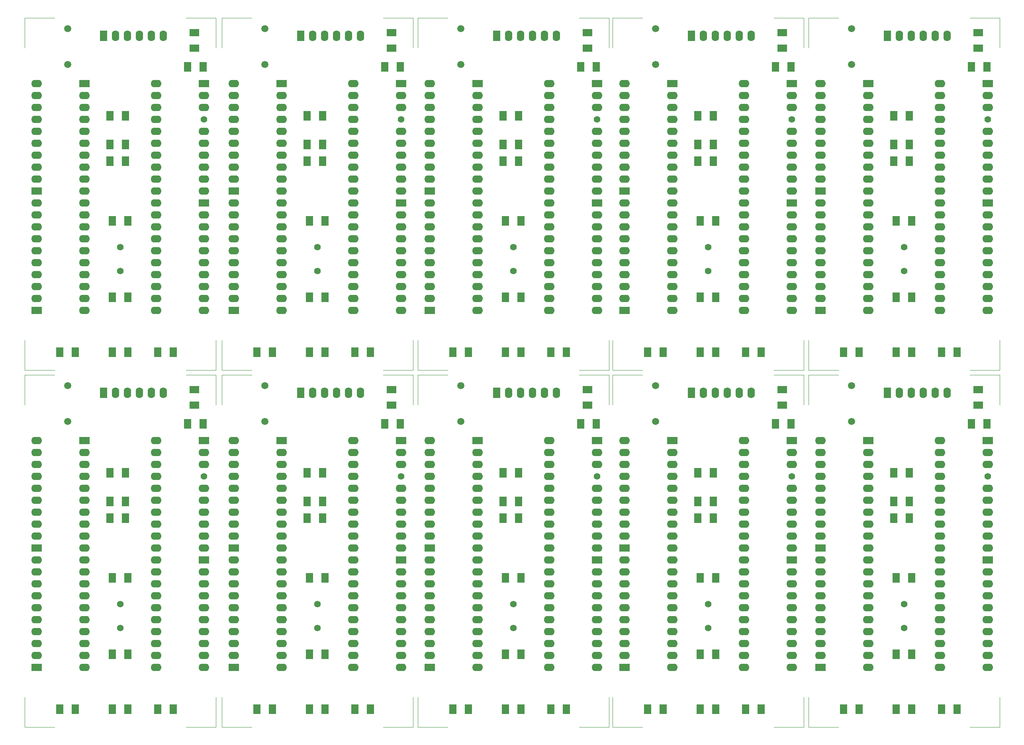
<source format=gts>
G04 (created by PCBNEW (2013-07-07 BZR 4022)-stable) date 3/28/2015 9:54:39 PM*
%MOIN*%
G04 Gerber Fmt 3.4, Leading zero omitted, Abs format*
%FSLAX34Y34*%
G01*
G70*
G90*
G04 APERTURE LIST*
%ADD10C,0.00590551*%
%ADD11C,0.00393701*%
%ADD12C,0.0590551*%
%ADD13R,0.06X0.08*%
%ADD14R,0.062X0.09*%
%ADD15O,0.062X0.09*%
%ADD16R,0.09X0.062*%
%ADD17O,0.09X0.062*%
%ADD18C,0.055*%
%ADD19C,0.056*%
%ADD20R,0.08X0.06*%
G04 APERTURE END LIST*
G54D10*
G54D11*
X88900Y-24900D02*
X88900Y-27400D01*
X88900Y-24900D02*
X91400Y-24900D01*
X88900Y-54400D02*
X88900Y-51900D01*
X88900Y-54400D02*
X91400Y-54400D01*
X104900Y-54400D02*
X102400Y-54400D01*
X104900Y-54400D02*
X104900Y-51900D01*
X104900Y-24900D02*
X104900Y-27400D01*
X104900Y-24900D02*
X102400Y-24900D01*
X105300Y-24900D02*
X105300Y-27400D01*
X105300Y-24900D02*
X107800Y-24900D01*
X105300Y-54400D02*
X105300Y-51900D01*
X105300Y-54400D02*
X107800Y-54400D01*
X121300Y-54400D02*
X118800Y-54400D01*
X121300Y-54400D02*
X121300Y-51900D01*
X121300Y-24900D02*
X121300Y-27400D01*
X121300Y-24900D02*
X118800Y-24900D01*
X105300Y-54800D02*
X105300Y-57300D01*
X105300Y-54800D02*
X107800Y-54800D01*
X105300Y-84300D02*
X105300Y-81800D01*
X105300Y-84300D02*
X107800Y-84300D01*
X121300Y-84300D02*
X118800Y-84300D01*
X121300Y-84300D02*
X121300Y-81800D01*
X121300Y-54800D02*
X121300Y-57300D01*
X121300Y-54800D02*
X118800Y-54800D01*
X88900Y-54800D02*
X88900Y-57300D01*
X88900Y-54800D02*
X91400Y-54800D01*
X88900Y-84300D02*
X88900Y-81800D01*
X88900Y-84300D02*
X91400Y-84300D01*
X104900Y-84300D02*
X102400Y-84300D01*
X104900Y-84300D02*
X104900Y-81800D01*
X104900Y-54800D02*
X104900Y-57300D01*
X104900Y-54800D02*
X102400Y-54800D01*
X72600Y-24900D02*
X72600Y-27400D01*
X72600Y-24900D02*
X75100Y-24900D01*
X72600Y-54400D02*
X72600Y-51900D01*
X72600Y-54400D02*
X75100Y-54400D01*
X88600Y-54400D02*
X86100Y-54400D01*
X88600Y-54400D02*
X88600Y-51900D01*
X88600Y-24900D02*
X88600Y-27400D01*
X88600Y-24900D02*
X86100Y-24900D01*
X39700Y-54800D02*
X39700Y-57300D01*
X39700Y-54800D02*
X42200Y-54800D01*
X39700Y-84300D02*
X39700Y-81800D01*
X39700Y-84300D02*
X42200Y-84300D01*
X55700Y-84300D02*
X53200Y-84300D01*
X55700Y-84300D02*
X55700Y-81800D01*
X55700Y-54800D02*
X55700Y-57300D01*
X55700Y-54800D02*
X53200Y-54800D01*
X72600Y-54800D02*
X72600Y-57300D01*
X72600Y-54800D02*
X75100Y-54800D01*
X72600Y-84300D02*
X72600Y-81800D01*
X72600Y-84300D02*
X75100Y-84300D01*
X88600Y-84300D02*
X86100Y-84300D01*
X88600Y-84300D02*
X88600Y-81800D01*
X88600Y-54800D02*
X88600Y-57300D01*
X88600Y-54800D02*
X86100Y-54800D01*
X39700Y-24900D02*
X39700Y-27400D01*
X39700Y-24900D02*
X42200Y-24900D01*
X39700Y-54400D02*
X39700Y-51900D01*
X39700Y-54400D02*
X42200Y-54400D01*
X55700Y-54400D02*
X53200Y-54400D01*
X55700Y-54400D02*
X55700Y-51900D01*
X55700Y-24900D02*
X55700Y-27400D01*
X55700Y-24900D02*
X53200Y-24900D01*
X56200Y-54800D02*
X56200Y-57300D01*
X56200Y-54800D02*
X58700Y-54800D01*
X56200Y-84300D02*
X56200Y-81800D01*
X56200Y-84300D02*
X58700Y-84300D01*
X72200Y-84300D02*
X69700Y-84300D01*
X72200Y-84300D02*
X72200Y-81800D01*
X72200Y-54800D02*
X72200Y-57300D01*
X72200Y-54800D02*
X69700Y-54800D01*
X56200Y-24900D02*
X56200Y-27400D01*
X56200Y-24900D02*
X58700Y-24900D01*
X56200Y-54400D02*
X56200Y-51900D01*
X56200Y-54400D02*
X58700Y-54400D01*
X72200Y-54400D02*
X69700Y-54400D01*
X72200Y-54400D02*
X72200Y-51900D01*
X72200Y-24900D02*
X72200Y-27400D01*
X72200Y-24900D02*
X69700Y-24900D01*
G54D12*
X92496Y-28800D03*
X92500Y-25804D03*
G54D13*
X96050Y-33100D03*
X97350Y-33100D03*
X96250Y-41900D03*
X97550Y-41900D03*
X96250Y-48300D03*
X97550Y-48300D03*
X96050Y-36900D03*
X97350Y-36900D03*
X96050Y-35500D03*
X97350Y-35500D03*
G54D14*
X95500Y-26400D03*
G54D15*
X96500Y-26400D03*
X97500Y-26400D03*
X98500Y-26400D03*
X99500Y-26400D03*
X100500Y-26400D03*
G54D16*
X89900Y-39400D03*
G54D17*
X89900Y-38400D03*
X89900Y-37400D03*
X89900Y-36400D03*
X89900Y-35400D03*
X89900Y-34400D03*
X89900Y-33400D03*
X89900Y-32400D03*
X89900Y-31400D03*
X89900Y-30400D03*
G54D16*
X89900Y-49400D03*
G54D17*
X89900Y-48400D03*
X89900Y-47400D03*
X89900Y-46400D03*
X89900Y-45400D03*
X89900Y-44400D03*
X89900Y-43400D03*
X89900Y-42400D03*
X89900Y-41400D03*
X89900Y-40400D03*
G54D16*
X103900Y-40400D03*
G54D17*
X103900Y-41400D03*
X103900Y-42400D03*
X103900Y-43400D03*
X103900Y-44400D03*
X103900Y-45400D03*
X103900Y-46400D03*
X103900Y-47400D03*
X103900Y-48400D03*
X103900Y-49400D03*
G54D16*
X103900Y-30400D03*
G54D17*
X103900Y-31400D03*
X103900Y-32400D03*
G54D18*
X103900Y-33400D03*
G54D17*
X103900Y-34400D03*
X103900Y-35400D03*
X103900Y-36400D03*
X103900Y-37400D03*
X103900Y-38400D03*
X103900Y-39400D03*
G54D19*
X96900Y-46100D03*
X96900Y-44100D03*
G54D16*
X93900Y-30400D03*
G54D17*
X93900Y-31400D03*
X93900Y-32400D03*
X93900Y-33400D03*
X93900Y-34400D03*
X93900Y-35400D03*
X93900Y-36400D03*
X93900Y-37400D03*
X93900Y-38400D03*
X93900Y-39400D03*
X93900Y-40400D03*
X93900Y-41400D03*
X93900Y-42400D03*
X93900Y-43400D03*
X93900Y-44400D03*
X93900Y-45400D03*
X93900Y-46400D03*
X93900Y-47400D03*
X93900Y-48400D03*
X93900Y-49400D03*
X99900Y-49400D03*
X99900Y-48400D03*
X99900Y-47400D03*
X99900Y-46400D03*
X99900Y-45400D03*
X99900Y-44400D03*
X99900Y-43400D03*
X99900Y-42400D03*
X99900Y-41400D03*
X99900Y-40400D03*
X99900Y-39400D03*
X99900Y-38400D03*
X99900Y-37400D03*
X99900Y-36400D03*
X99900Y-35400D03*
X99900Y-34400D03*
X99900Y-33400D03*
X99900Y-32400D03*
X99900Y-31400D03*
X99900Y-30400D03*
G54D13*
X103850Y-29000D03*
X102550Y-29000D03*
G54D20*
X103100Y-27450D03*
X103100Y-26150D03*
G54D13*
X96250Y-52900D03*
X97550Y-52900D03*
X91850Y-52900D03*
X93150Y-52900D03*
X100050Y-52900D03*
X101350Y-52900D03*
G54D12*
X108896Y-28800D03*
X108900Y-25804D03*
G54D13*
X112450Y-33100D03*
X113750Y-33100D03*
X112650Y-41900D03*
X113950Y-41900D03*
X112650Y-48300D03*
X113950Y-48300D03*
X112450Y-36900D03*
X113750Y-36900D03*
X112450Y-35500D03*
X113750Y-35500D03*
G54D14*
X111900Y-26400D03*
G54D15*
X112900Y-26400D03*
X113900Y-26400D03*
X114900Y-26400D03*
X115900Y-26400D03*
X116900Y-26400D03*
G54D16*
X106300Y-39400D03*
G54D17*
X106300Y-38400D03*
X106300Y-37400D03*
X106300Y-36400D03*
X106300Y-35400D03*
X106300Y-34400D03*
X106300Y-33400D03*
X106300Y-32400D03*
X106300Y-31400D03*
X106300Y-30400D03*
G54D16*
X106300Y-49400D03*
G54D17*
X106300Y-48400D03*
X106300Y-47400D03*
X106300Y-46400D03*
X106300Y-45400D03*
X106300Y-44400D03*
X106300Y-43400D03*
X106300Y-42400D03*
X106300Y-41400D03*
X106300Y-40400D03*
G54D16*
X120300Y-40400D03*
G54D17*
X120300Y-41400D03*
X120300Y-42400D03*
X120300Y-43400D03*
X120300Y-44400D03*
X120300Y-45400D03*
X120300Y-46400D03*
X120300Y-47400D03*
X120300Y-48400D03*
X120300Y-49400D03*
G54D16*
X120300Y-30400D03*
G54D17*
X120300Y-31400D03*
X120300Y-32400D03*
G54D18*
X120300Y-33400D03*
G54D17*
X120300Y-34400D03*
X120300Y-35400D03*
X120300Y-36400D03*
X120300Y-37400D03*
X120300Y-38400D03*
X120300Y-39400D03*
G54D19*
X113300Y-46100D03*
X113300Y-44100D03*
G54D16*
X110300Y-30400D03*
G54D17*
X110300Y-31400D03*
X110300Y-32400D03*
X110300Y-33400D03*
X110300Y-34400D03*
X110300Y-35400D03*
X110300Y-36400D03*
X110300Y-37400D03*
X110300Y-38400D03*
X110300Y-39400D03*
X110300Y-40400D03*
X110300Y-41400D03*
X110300Y-42400D03*
X110300Y-43400D03*
X110300Y-44400D03*
X110300Y-45400D03*
X110300Y-46400D03*
X110300Y-47400D03*
X110300Y-48400D03*
X110300Y-49400D03*
X116300Y-49400D03*
X116300Y-48400D03*
X116300Y-47400D03*
X116300Y-46400D03*
X116300Y-45400D03*
X116300Y-44400D03*
X116300Y-43400D03*
X116300Y-42400D03*
X116300Y-41400D03*
X116300Y-40400D03*
X116300Y-39400D03*
X116300Y-38400D03*
X116300Y-37400D03*
X116300Y-36400D03*
X116300Y-35400D03*
X116300Y-34400D03*
X116300Y-33400D03*
X116300Y-32400D03*
X116300Y-31400D03*
X116300Y-30400D03*
G54D13*
X120250Y-29000D03*
X118950Y-29000D03*
G54D20*
X119500Y-27450D03*
X119500Y-26150D03*
G54D13*
X112650Y-52900D03*
X113950Y-52900D03*
X108250Y-52900D03*
X109550Y-52900D03*
X116450Y-52900D03*
X117750Y-52900D03*
G54D12*
X108896Y-58700D03*
X108900Y-55704D03*
G54D13*
X112450Y-63000D03*
X113750Y-63000D03*
X112650Y-71800D03*
X113950Y-71800D03*
X112650Y-78200D03*
X113950Y-78200D03*
X112450Y-66800D03*
X113750Y-66800D03*
X112450Y-65400D03*
X113750Y-65400D03*
G54D14*
X111900Y-56300D03*
G54D15*
X112900Y-56300D03*
X113900Y-56300D03*
X114900Y-56300D03*
X115900Y-56300D03*
X116900Y-56300D03*
G54D16*
X106300Y-69300D03*
G54D17*
X106300Y-68300D03*
X106300Y-67300D03*
X106300Y-66300D03*
X106300Y-65300D03*
X106300Y-64300D03*
X106300Y-63300D03*
X106300Y-62300D03*
X106300Y-61300D03*
X106300Y-60300D03*
G54D16*
X106300Y-79300D03*
G54D17*
X106300Y-78300D03*
X106300Y-77300D03*
X106300Y-76300D03*
X106300Y-75300D03*
X106300Y-74300D03*
X106300Y-73300D03*
X106300Y-72300D03*
X106300Y-71300D03*
X106300Y-70300D03*
G54D16*
X120300Y-70300D03*
G54D17*
X120300Y-71300D03*
X120300Y-72300D03*
X120300Y-73300D03*
X120300Y-74300D03*
X120300Y-75300D03*
X120300Y-76300D03*
X120300Y-77300D03*
X120300Y-78300D03*
X120300Y-79300D03*
G54D16*
X120300Y-60300D03*
G54D17*
X120300Y-61300D03*
X120300Y-62300D03*
G54D18*
X120300Y-63300D03*
G54D17*
X120300Y-64300D03*
X120300Y-65300D03*
X120300Y-66300D03*
X120300Y-67300D03*
X120300Y-68300D03*
X120300Y-69300D03*
G54D19*
X113300Y-76000D03*
X113300Y-74000D03*
G54D16*
X110300Y-60300D03*
G54D17*
X110300Y-61300D03*
X110300Y-62300D03*
X110300Y-63300D03*
X110300Y-64300D03*
X110300Y-65300D03*
X110300Y-66300D03*
X110300Y-67300D03*
X110300Y-68300D03*
X110300Y-69300D03*
X110300Y-70300D03*
X110300Y-71300D03*
X110300Y-72300D03*
X110300Y-73300D03*
X110300Y-74300D03*
X110300Y-75300D03*
X110300Y-76300D03*
X110300Y-77300D03*
X110300Y-78300D03*
X110300Y-79300D03*
X116300Y-79300D03*
X116300Y-78300D03*
X116300Y-77300D03*
X116300Y-76300D03*
X116300Y-75300D03*
X116300Y-74300D03*
X116300Y-73300D03*
X116300Y-72300D03*
X116300Y-71300D03*
X116300Y-70300D03*
X116300Y-69300D03*
X116300Y-68300D03*
X116300Y-67300D03*
X116300Y-66300D03*
X116300Y-65300D03*
X116300Y-64300D03*
X116300Y-63300D03*
X116300Y-62300D03*
X116300Y-61300D03*
X116300Y-60300D03*
G54D13*
X120250Y-58900D03*
X118950Y-58900D03*
G54D20*
X119500Y-57350D03*
X119500Y-56050D03*
G54D13*
X112650Y-82800D03*
X113950Y-82800D03*
X108250Y-82800D03*
X109550Y-82800D03*
X116450Y-82800D03*
X117750Y-82800D03*
G54D12*
X92496Y-58700D03*
X92500Y-55704D03*
G54D13*
X96050Y-63000D03*
X97350Y-63000D03*
X96250Y-71800D03*
X97550Y-71800D03*
X96250Y-78200D03*
X97550Y-78200D03*
X96050Y-66800D03*
X97350Y-66800D03*
X96050Y-65400D03*
X97350Y-65400D03*
G54D14*
X95500Y-56300D03*
G54D15*
X96500Y-56300D03*
X97500Y-56300D03*
X98500Y-56300D03*
X99500Y-56300D03*
X100500Y-56300D03*
G54D16*
X89900Y-69300D03*
G54D17*
X89900Y-68300D03*
X89900Y-67300D03*
X89900Y-66300D03*
X89900Y-65300D03*
X89900Y-64300D03*
X89900Y-63300D03*
X89900Y-62300D03*
X89900Y-61300D03*
X89900Y-60300D03*
G54D16*
X89900Y-79300D03*
G54D17*
X89900Y-78300D03*
X89900Y-77300D03*
X89900Y-76300D03*
X89900Y-75300D03*
X89900Y-74300D03*
X89900Y-73300D03*
X89900Y-72300D03*
X89900Y-71300D03*
X89900Y-70300D03*
G54D16*
X103900Y-70300D03*
G54D17*
X103900Y-71300D03*
X103900Y-72300D03*
X103900Y-73300D03*
X103900Y-74300D03*
X103900Y-75300D03*
X103900Y-76300D03*
X103900Y-77300D03*
X103900Y-78300D03*
X103900Y-79300D03*
G54D16*
X103900Y-60300D03*
G54D17*
X103900Y-61300D03*
X103900Y-62300D03*
G54D18*
X103900Y-63300D03*
G54D17*
X103900Y-64300D03*
X103900Y-65300D03*
X103900Y-66300D03*
X103900Y-67300D03*
X103900Y-68300D03*
X103900Y-69300D03*
G54D19*
X96900Y-76000D03*
X96900Y-74000D03*
G54D16*
X93900Y-60300D03*
G54D17*
X93900Y-61300D03*
X93900Y-62300D03*
X93900Y-63300D03*
X93900Y-64300D03*
X93900Y-65300D03*
X93900Y-66300D03*
X93900Y-67300D03*
X93900Y-68300D03*
X93900Y-69300D03*
X93900Y-70300D03*
X93900Y-71300D03*
X93900Y-72300D03*
X93900Y-73300D03*
X93900Y-74300D03*
X93900Y-75300D03*
X93900Y-76300D03*
X93900Y-77300D03*
X93900Y-78300D03*
X93900Y-79300D03*
X99900Y-79300D03*
X99900Y-78300D03*
X99900Y-77300D03*
X99900Y-76300D03*
X99900Y-75300D03*
X99900Y-74300D03*
X99900Y-73300D03*
X99900Y-72300D03*
X99900Y-71300D03*
X99900Y-70300D03*
X99900Y-69300D03*
X99900Y-68300D03*
X99900Y-67300D03*
X99900Y-66300D03*
X99900Y-65300D03*
X99900Y-64300D03*
X99900Y-63300D03*
X99900Y-62300D03*
X99900Y-61300D03*
X99900Y-60300D03*
G54D13*
X103850Y-58900D03*
X102550Y-58900D03*
G54D20*
X103100Y-57350D03*
X103100Y-56050D03*
G54D13*
X96250Y-82800D03*
X97550Y-82800D03*
X91850Y-82800D03*
X93150Y-82800D03*
X100050Y-82800D03*
X101350Y-82800D03*
G54D12*
X76196Y-28800D03*
X76200Y-25804D03*
G54D13*
X79750Y-33100D03*
X81050Y-33100D03*
X79950Y-41900D03*
X81250Y-41900D03*
X79950Y-48300D03*
X81250Y-48300D03*
X79750Y-36900D03*
X81050Y-36900D03*
X79750Y-35500D03*
X81050Y-35500D03*
G54D14*
X79200Y-26400D03*
G54D15*
X80200Y-26400D03*
X81200Y-26400D03*
X82200Y-26400D03*
X83200Y-26400D03*
X84200Y-26400D03*
G54D16*
X73600Y-39400D03*
G54D17*
X73600Y-38400D03*
X73600Y-37400D03*
X73600Y-36400D03*
X73600Y-35400D03*
X73600Y-34400D03*
X73600Y-33400D03*
X73600Y-32400D03*
X73600Y-31400D03*
X73600Y-30400D03*
G54D16*
X73600Y-49400D03*
G54D17*
X73600Y-48400D03*
X73600Y-47400D03*
X73600Y-46400D03*
X73600Y-45400D03*
X73600Y-44400D03*
X73600Y-43400D03*
X73600Y-42400D03*
X73600Y-41400D03*
X73600Y-40400D03*
G54D16*
X87600Y-40400D03*
G54D17*
X87600Y-41400D03*
X87600Y-42400D03*
X87600Y-43400D03*
X87600Y-44400D03*
X87600Y-45400D03*
X87600Y-46400D03*
X87600Y-47400D03*
X87600Y-48400D03*
X87600Y-49400D03*
G54D16*
X87600Y-30400D03*
G54D17*
X87600Y-31400D03*
X87600Y-32400D03*
G54D18*
X87600Y-33400D03*
G54D17*
X87600Y-34400D03*
X87600Y-35400D03*
X87600Y-36400D03*
X87600Y-37400D03*
X87600Y-38400D03*
X87600Y-39400D03*
G54D19*
X80600Y-46100D03*
X80600Y-44100D03*
G54D16*
X77600Y-30400D03*
G54D17*
X77600Y-31400D03*
X77600Y-32400D03*
X77600Y-33400D03*
X77600Y-34400D03*
X77600Y-35400D03*
X77600Y-36400D03*
X77600Y-37400D03*
X77600Y-38400D03*
X77600Y-39400D03*
X77600Y-40400D03*
X77600Y-41400D03*
X77600Y-42400D03*
X77600Y-43400D03*
X77600Y-44400D03*
X77600Y-45400D03*
X77600Y-46400D03*
X77600Y-47400D03*
X77600Y-48400D03*
X77600Y-49400D03*
X83600Y-49400D03*
X83600Y-48400D03*
X83600Y-47400D03*
X83600Y-46400D03*
X83600Y-45400D03*
X83600Y-44400D03*
X83600Y-43400D03*
X83600Y-42400D03*
X83600Y-41400D03*
X83600Y-40400D03*
X83600Y-39400D03*
X83600Y-38400D03*
X83600Y-37400D03*
X83600Y-36400D03*
X83600Y-35400D03*
X83600Y-34400D03*
X83600Y-33400D03*
X83600Y-32400D03*
X83600Y-31400D03*
X83600Y-30400D03*
G54D13*
X87550Y-29000D03*
X86250Y-29000D03*
G54D20*
X86800Y-27450D03*
X86800Y-26150D03*
G54D13*
X79950Y-52900D03*
X81250Y-52900D03*
X75550Y-52900D03*
X76850Y-52900D03*
X83750Y-52900D03*
X85050Y-52900D03*
G54D12*
X43296Y-58700D03*
X43300Y-55704D03*
G54D13*
X46850Y-63000D03*
X48150Y-63000D03*
X47050Y-71800D03*
X48350Y-71800D03*
X47050Y-78200D03*
X48350Y-78200D03*
X46850Y-66800D03*
X48150Y-66800D03*
X46850Y-65400D03*
X48150Y-65400D03*
G54D14*
X46300Y-56300D03*
G54D15*
X47300Y-56300D03*
X48300Y-56300D03*
X49300Y-56300D03*
X50300Y-56300D03*
X51300Y-56300D03*
G54D16*
X40700Y-69300D03*
G54D17*
X40700Y-68300D03*
X40700Y-67300D03*
X40700Y-66300D03*
X40700Y-65300D03*
X40700Y-64300D03*
X40700Y-63300D03*
X40700Y-62300D03*
X40700Y-61300D03*
X40700Y-60300D03*
G54D16*
X40700Y-79300D03*
G54D17*
X40700Y-78300D03*
X40700Y-77300D03*
X40700Y-76300D03*
X40700Y-75300D03*
X40700Y-74300D03*
X40700Y-73300D03*
X40700Y-72300D03*
X40700Y-71300D03*
X40700Y-70300D03*
G54D16*
X54700Y-70300D03*
G54D17*
X54700Y-71300D03*
X54700Y-72300D03*
X54700Y-73300D03*
X54700Y-74300D03*
X54700Y-75300D03*
X54700Y-76300D03*
X54700Y-77300D03*
X54700Y-78300D03*
X54700Y-79300D03*
G54D16*
X54700Y-60300D03*
G54D17*
X54700Y-61300D03*
X54700Y-62300D03*
G54D18*
X54700Y-63300D03*
G54D17*
X54700Y-64300D03*
X54700Y-65300D03*
X54700Y-66300D03*
X54700Y-67300D03*
X54700Y-68300D03*
X54700Y-69300D03*
G54D19*
X47700Y-76000D03*
X47700Y-74000D03*
G54D16*
X44700Y-60300D03*
G54D17*
X44700Y-61300D03*
X44700Y-62300D03*
X44700Y-63300D03*
X44700Y-64300D03*
X44700Y-65300D03*
X44700Y-66300D03*
X44700Y-67300D03*
X44700Y-68300D03*
X44700Y-69300D03*
X44700Y-70300D03*
X44700Y-71300D03*
X44700Y-72300D03*
X44700Y-73300D03*
X44700Y-74300D03*
X44700Y-75300D03*
X44700Y-76300D03*
X44700Y-77300D03*
X44700Y-78300D03*
X44700Y-79300D03*
X50700Y-79300D03*
X50700Y-78300D03*
X50700Y-77300D03*
X50700Y-76300D03*
X50700Y-75300D03*
X50700Y-74300D03*
X50700Y-73300D03*
X50700Y-72300D03*
X50700Y-71300D03*
X50700Y-70300D03*
X50700Y-69300D03*
X50700Y-68300D03*
X50700Y-67300D03*
X50700Y-66300D03*
X50700Y-65300D03*
X50700Y-64300D03*
X50700Y-63300D03*
X50700Y-62300D03*
X50700Y-61300D03*
X50700Y-60300D03*
G54D13*
X54650Y-58900D03*
X53350Y-58900D03*
G54D20*
X53900Y-57350D03*
X53900Y-56050D03*
G54D13*
X47050Y-82800D03*
X48350Y-82800D03*
X42650Y-82800D03*
X43950Y-82800D03*
X50850Y-82800D03*
X52150Y-82800D03*
G54D12*
X76196Y-58700D03*
X76200Y-55704D03*
G54D13*
X79750Y-63000D03*
X81050Y-63000D03*
X79950Y-71800D03*
X81250Y-71800D03*
X79950Y-78200D03*
X81250Y-78200D03*
X79750Y-66800D03*
X81050Y-66800D03*
X79750Y-65400D03*
X81050Y-65400D03*
G54D14*
X79200Y-56300D03*
G54D15*
X80200Y-56300D03*
X81200Y-56300D03*
X82200Y-56300D03*
X83200Y-56300D03*
X84200Y-56300D03*
G54D16*
X73600Y-69300D03*
G54D17*
X73600Y-68300D03*
X73600Y-67300D03*
X73600Y-66300D03*
X73600Y-65300D03*
X73600Y-64300D03*
X73600Y-63300D03*
X73600Y-62300D03*
X73600Y-61300D03*
X73600Y-60300D03*
G54D16*
X73600Y-79300D03*
G54D17*
X73600Y-78300D03*
X73600Y-77300D03*
X73600Y-76300D03*
X73600Y-75300D03*
X73600Y-74300D03*
X73600Y-73300D03*
X73600Y-72300D03*
X73600Y-71300D03*
X73600Y-70300D03*
G54D16*
X87600Y-70300D03*
G54D17*
X87600Y-71300D03*
X87600Y-72300D03*
X87600Y-73300D03*
X87600Y-74300D03*
X87600Y-75300D03*
X87600Y-76300D03*
X87600Y-77300D03*
X87600Y-78300D03*
X87600Y-79300D03*
G54D16*
X87600Y-60300D03*
G54D17*
X87600Y-61300D03*
X87600Y-62300D03*
G54D18*
X87600Y-63300D03*
G54D17*
X87600Y-64300D03*
X87600Y-65300D03*
X87600Y-66300D03*
X87600Y-67300D03*
X87600Y-68300D03*
X87600Y-69300D03*
G54D19*
X80600Y-76000D03*
X80600Y-74000D03*
G54D16*
X77600Y-60300D03*
G54D17*
X77600Y-61300D03*
X77600Y-62300D03*
X77600Y-63300D03*
X77600Y-64300D03*
X77600Y-65300D03*
X77600Y-66300D03*
X77600Y-67300D03*
X77600Y-68300D03*
X77600Y-69300D03*
X77600Y-70300D03*
X77600Y-71300D03*
X77600Y-72300D03*
X77600Y-73300D03*
X77600Y-74300D03*
X77600Y-75300D03*
X77600Y-76300D03*
X77600Y-77300D03*
X77600Y-78300D03*
X77600Y-79300D03*
X83600Y-79300D03*
X83600Y-78300D03*
X83600Y-77300D03*
X83600Y-76300D03*
X83600Y-75300D03*
X83600Y-74300D03*
X83600Y-73300D03*
X83600Y-72300D03*
X83600Y-71300D03*
X83600Y-70300D03*
X83600Y-69300D03*
X83600Y-68300D03*
X83600Y-67300D03*
X83600Y-66300D03*
X83600Y-65300D03*
X83600Y-64300D03*
X83600Y-63300D03*
X83600Y-62300D03*
X83600Y-61300D03*
X83600Y-60300D03*
G54D13*
X87550Y-58900D03*
X86250Y-58900D03*
G54D20*
X86800Y-57350D03*
X86800Y-56050D03*
G54D13*
X79950Y-82800D03*
X81250Y-82800D03*
X75550Y-82800D03*
X76850Y-82800D03*
X83750Y-82800D03*
X85050Y-82800D03*
G54D12*
X43296Y-28800D03*
X43300Y-25804D03*
G54D13*
X46850Y-33100D03*
X48150Y-33100D03*
X47050Y-41900D03*
X48350Y-41900D03*
X47050Y-48300D03*
X48350Y-48300D03*
X46850Y-36900D03*
X48150Y-36900D03*
X46850Y-35500D03*
X48150Y-35500D03*
G54D14*
X46300Y-26400D03*
G54D15*
X47300Y-26400D03*
X48300Y-26400D03*
X49300Y-26400D03*
X50300Y-26400D03*
X51300Y-26400D03*
G54D16*
X40700Y-39400D03*
G54D17*
X40700Y-38400D03*
X40700Y-37400D03*
X40700Y-36400D03*
X40700Y-35400D03*
X40700Y-34400D03*
X40700Y-33400D03*
X40700Y-32400D03*
X40700Y-31400D03*
X40700Y-30400D03*
G54D16*
X40700Y-49400D03*
G54D17*
X40700Y-48400D03*
X40700Y-47400D03*
X40700Y-46400D03*
X40700Y-45400D03*
X40700Y-44400D03*
X40700Y-43400D03*
X40700Y-42400D03*
X40700Y-41400D03*
X40700Y-40400D03*
G54D16*
X54700Y-40400D03*
G54D17*
X54700Y-41400D03*
X54700Y-42400D03*
X54700Y-43400D03*
X54700Y-44400D03*
X54700Y-45400D03*
X54700Y-46400D03*
X54700Y-47400D03*
X54700Y-48400D03*
X54700Y-49400D03*
G54D16*
X54700Y-30400D03*
G54D17*
X54700Y-31400D03*
X54700Y-32400D03*
G54D18*
X54700Y-33400D03*
G54D17*
X54700Y-34400D03*
X54700Y-35400D03*
X54700Y-36400D03*
X54700Y-37400D03*
X54700Y-38400D03*
X54700Y-39400D03*
G54D19*
X47700Y-46100D03*
X47700Y-44100D03*
G54D16*
X44700Y-30400D03*
G54D17*
X44700Y-31400D03*
X44700Y-32400D03*
X44700Y-33400D03*
X44700Y-34400D03*
X44700Y-35400D03*
X44700Y-36400D03*
X44700Y-37400D03*
X44700Y-38400D03*
X44700Y-39400D03*
X44700Y-40400D03*
X44700Y-41400D03*
X44700Y-42400D03*
X44700Y-43400D03*
X44700Y-44400D03*
X44700Y-45400D03*
X44700Y-46400D03*
X44700Y-47400D03*
X44700Y-48400D03*
X44700Y-49400D03*
X50700Y-49400D03*
X50700Y-48400D03*
X50700Y-47400D03*
X50700Y-46400D03*
X50700Y-45400D03*
X50700Y-44400D03*
X50700Y-43400D03*
X50700Y-42400D03*
X50700Y-41400D03*
X50700Y-40400D03*
X50700Y-39400D03*
X50700Y-38400D03*
X50700Y-37400D03*
X50700Y-36400D03*
X50700Y-35400D03*
X50700Y-34400D03*
X50700Y-33400D03*
X50700Y-32400D03*
X50700Y-31400D03*
X50700Y-30400D03*
G54D13*
X54650Y-29000D03*
X53350Y-29000D03*
G54D20*
X53900Y-27450D03*
X53900Y-26150D03*
G54D13*
X47050Y-52900D03*
X48350Y-52900D03*
X42650Y-52900D03*
X43950Y-52900D03*
X50850Y-52900D03*
X52150Y-52900D03*
G54D12*
X59796Y-58700D03*
X59800Y-55704D03*
G54D13*
X63350Y-63000D03*
X64650Y-63000D03*
X63550Y-71800D03*
X64850Y-71800D03*
X63550Y-78200D03*
X64850Y-78200D03*
X63350Y-66800D03*
X64650Y-66800D03*
X63350Y-65400D03*
X64650Y-65400D03*
G54D14*
X62800Y-56300D03*
G54D15*
X63800Y-56300D03*
X64800Y-56300D03*
X65800Y-56300D03*
X66800Y-56300D03*
X67800Y-56300D03*
G54D16*
X57200Y-69300D03*
G54D17*
X57200Y-68300D03*
X57200Y-67300D03*
X57200Y-66300D03*
X57200Y-65300D03*
X57200Y-64300D03*
X57200Y-63300D03*
X57200Y-62300D03*
X57200Y-61300D03*
X57200Y-60300D03*
G54D16*
X57200Y-79300D03*
G54D17*
X57200Y-78300D03*
X57200Y-77300D03*
X57200Y-76300D03*
X57200Y-75300D03*
X57200Y-74300D03*
X57200Y-73300D03*
X57200Y-72300D03*
X57200Y-71300D03*
X57200Y-70300D03*
G54D16*
X71200Y-70300D03*
G54D17*
X71200Y-71300D03*
X71200Y-72300D03*
X71200Y-73300D03*
X71200Y-74300D03*
X71200Y-75300D03*
X71200Y-76300D03*
X71200Y-77300D03*
X71200Y-78300D03*
X71200Y-79300D03*
G54D16*
X71200Y-60300D03*
G54D17*
X71200Y-61300D03*
X71200Y-62300D03*
G54D18*
X71200Y-63300D03*
G54D17*
X71200Y-64300D03*
X71200Y-65300D03*
X71200Y-66300D03*
X71200Y-67300D03*
X71200Y-68300D03*
X71200Y-69300D03*
G54D19*
X64200Y-76000D03*
X64200Y-74000D03*
G54D16*
X61200Y-60300D03*
G54D17*
X61200Y-61300D03*
X61200Y-62300D03*
X61200Y-63300D03*
X61200Y-64300D03*
X61200Y-65300D03*
X61200Y-66300D03*
X61200Y-67300D03*
X61200Y-68300D03*
X61200Y-69300D03*
X61200Y-70300D03*
X61200Y-71300D03*
X61200Y-72300D03*
X61200Y-73300D03*
X61200Y-74300D03*
X61200Y-75300D03*
X61200Y-76300D03*
X61200Y-77300D03*
X61200Y-78300D03*
X61200Y-79300D03*
X67200Y-79300D03*
X67200Y-78300D03*
X67200Y-77300D03*
X67200Y-76300D03*
X67200Y-75300D03*
X67200Y-74300D03*
X67200Y-73300D03*
X67200Y-72300D03*
X67200Y-71300D03*
X67200Y-70300D03*
X67200Y-69300D03*
X67200Y-68300D03*
X67200Y-67300D03*
X67200Y-66300D03*
X67200Y-65300D03*
X67200Y-64300D03*
X67200Y-63300D03*
X67200Y-62300D03*
X67200Y-61300D03*
X67200Y-60300D03*
G54D13*
X71150Y-58900D03*
X69850Y-58900D03*
G54D20*
X70400Y-57350D03*
X70400Y-56050D03*
G54D13*
X63550Y-82800D03*
X64850Y-82800D03*
X59150Y-82800D03*
X60450Y-82800D03*
X67350Y-82800D03*
X68650Y-82800D03*
G54D12*
X59796Y-28800D03*
X59800Y-25804D03*
G54D13*
X63350Y-33100D03*
X64650Y-33100D03*
X63550Y-41900D03*
X64850Y-41900D03*
X63550Y-48300D03*
X64850Y-48300D03*
X63350Y-36900D03*
X64650Y-36900D03*
X63350Y-35500D03*
X64650Y-35500D03*
G54D14*
X62800Y-26400D03*
G54D15*
X63800Y-26400D03*
X64800Y-26400D03*
X65800Y-26400D03*
X66800Y-26400D03*
X67800Y-26400D03*
G54D16*
X57200Y-39400D03*
G54D17*
X57200Y-38400D03*
X57200Y-37400D03*
X57200Y-36400D03*
X57200Y-35400D03*
X57200Y-34400D03*
X57200Y-33400D03*
X57200Y-32400D03*
X57200Y-31400D03*
X57200Y-30400D03*
G54D16*
X57200Y-49400D03*
G54D17*
X57200Y-48400D03*
X57200Y-47400D03*
X57200Y-46400D03*
X57200Y-45400D03*
X57200Y-44400D03*
X57200Y-43400D03*
X57200Y-42400D03*
X57200Y-41400D03*
X57200Y-40400D03*
G54D16*
X71200Y-40400D03*
G54D17*
X71200Y-41400D03*
X71200Y-42400D03*
X71200Y-43400D03*
X71200Y-44400D03*
X71200Y-45400D03*
X71200Y-46400D03*
X71200Y-47400D03*
X71200Y-48400D03*
X71200Y-49400D03*
G54D16*
X71200Y-30400D03*
G54D17*
X71200Y-31400D03*
X71200Y-32400D03*
G54D18*
X71200Y-33400D03*
G54D17*
X71200Y-34400D03*
X71200Y-35400D03*
X71200Y-36400D03*
X71200Y-37400D03*
X71200Y-38400D03*
X71200Y-39400D03*
G54D19*
X64200Y-46100D03*
X64200Y-44100D03*
G54D16*
X61200Y-30400D03*
G54D17*
X61200Y-31400D03*
X61200Y-32400D03*
X61200Y-33400D03*
X61200Y-34400D03*
X61200Y-35400D03*
X61200Y-36400D03*
X61200Y-37400D03*
X61200Y-38400D03*
X61200Y-39400D03*
X61200Y-40400D03*
X61200Y-41400D03*
X61200Y-42400D03*
X61200Y-43400D03*
X61200Y-44400D03*
X61200Y-45400D03*
X61200Y-46400D03*
X61200Y-47400D03*
X61200Y-48400D03*
X61200Y-49400D03*
X67200Y-49400D03*
X67200Y-48400D03*
X67200Y-47400D03*
X67200Y-46400D03*
X67200Y-45400D03*
X67200Y-44400D03*
X67200Y-43400D03*
X67200Y-42400D03*
X67200Y-41400D03*
X67200Y-40400D03*
X67200Y-39400D03*
X67200Y-38400D03*
X67200Y-37400D03*
X67200Y-36400D03*
X67200Y-35400D03*
X67200Y-34400D03*
X67200Y-33400D03*
X67200Y-32400D03*
X67200Y-31400D03*
X67200Y-30400D03*
G54D13*
X71150Y-29000D03*
X69850Y-29000D03*
G54D20*
X70400Y-27450D03*
X70400Y-26150D03*
G54D13*
X63550Y-52900D03*
X64850Y-52900D03*
X59150Y-52900D03*
X60450Y-52900D03*
X67350Y-52900D03*
X68650Y-52900D03*
M02*

</source>
